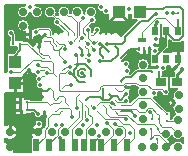
<source format=gbr>
%FSLAX35Y35*%
%MOIN*%
G04 EasyPC Gerber Version 18.0.9 Build 3640 *
%ADD91R,0.00984X0.01575*%
%ADD29R,0.01000X0.01000*%
%ADD94R,0.01969X0.03937*%
%ADD89R,0.02165X0.03150*%
%ADD93R,0.03937X0.04291*%
%ADD96C,0.00300*%
%ADD73C,0.00400*%
%ADD10C,0.00500*%
%ADD16C,0.00600*%
%ADD85C,0.00700*%
%ADD14C,0.00800*%
%ADD84C,0.01000*%
%ADD95C,0.01400*%
%ADD12C,0.02800*%
%ADD27R,0.01000X0.01000*%
%ADD92R,0.02756X0.01575*%
%ADD88R,0.03500X0.02800*%
%ADD90R,0.04291X0.03937*%
X0Y0D02*
D02*
D10*
X1250Y4290D02*
G75*
G02X4290Y1250I1500J-1540D01*
G01*
X9923*
Y6053*
X10215*
G75*
G02X11073Y10124I2035J1697*
G01*
G75*
G02X11015Y10531I1391J407*
G01*
G75*
G02X13915I1450*
G01*
G75*
G02X13777Y9916I-1450J0*
G01*
G75*
G02X14193Y9552I-1528J-2166*
G01*
X14647Y10007*
Y12524*
G75*
G02X14927Y13201I957J0*
G01*
X14991Y13264*
G75*
G02X13608Y13137I-823J1372*
G01*
G75*
G02X10820Y13695I-1338J558*
G01*
G75*
G02X10823Y13798I1448J2*
G01*
X10421Y14200*
X9888*
Y13900*
X8087*
Y13400*
X4587*
Y15900*
X4486*
Y19400*
X7986*
Y18900*
X9785*
Y18500*
X13170*
G75*
G02X13167Y18573I997J74*
G01*
G75*
G02X13991Y19557I1000*
G01*
G75*
G02Y21526I177J984*
G01*
G75*
G02X13318Y21982I177J985*
G01*
G75*
G02X11708Y24260I-481J1368*
G01*
G75*
G02X11558Y26520I829J1190*
G01*
G75*
G02X10775Y27351I578J1330*
G01*
G75*
G02X7642Y27013I-1690J973*
G01*
Y20850*
X1250*
Y9935*
G75*
G02X5400Y7750I1500J-2185*
G01*
G75*
G02X1250Y5565I-2650*
G01*
Y4290*
G36*
G75*
G02X4290Y1250I1500J-1540*
G01*
X9923*
Y6053*
X10215*
G75*
G02X11073Y10124I2035J1697*
G01*
G75*
G02X11015Y10531I1391J407*
G01*
G75*
G02X13915I1450*
G01*
G75*
G02X13777Y9916I-1450J0*
G01*
G75*
G02X14193Y9552I-1528J-2166*
G01*
X14647Y10007*
Y12524*
G75*
G02X14927Y13201I957J0*
G01*
X14991Y13264*
G75*
G02X13608Y13137I-823J1372*
G01*
G75*
G02X10820Y13695I-1338J558*
G01*
G75*
G02X10823Y13798I1448J2*
G01*
X10421Y14200*
X9888*
Y13900*
X8087*
Y13400*
X4587*
Y15900*
X4486*
Y19400*
X7986*
Y18900*
X9785*
Y18500*
X13170*
G75*
G02X13167Y18573I997J74*
G01*
G75*
G02X13991Y19557I1000*
G01*
G75*
G02Y21526I177J984*
G01*
G75*
G02X13318Y21982I177J985*
G01*
G75*
G02X11708Y24260I-481J1368*
G01*
G75*
G02X11558Y26520I829J1190*
G01*
G75*
G02X10775Y27351I578J1330*
G01*
G75*
G02X7642Y27013I-1690J973*
G01*
Y20850*
X1250*
Y9935*
G75*
G02X5400Y7750I1500J-2185*
G01*
G75*
G02X1250Y5565I-2650*
G01*
Y4290*
G37*
Y27642D02*
X1646D01*
G75*
G02X1643Y27736I1446J96*
G01*
G75*
G02X1780Y28350I1450J0*
G01*
X1705*
Y34142*
X4083*
X5275Y35333*
Y35955*
X2557*
Y38455*
X2807*
Y39294*
G75*
G02X1687Y40706I329J1412*
G01*
G75*
G02X4587I1450*
G01*
G75*
G02X4586Y40663I-1453J5*
G01*
G75*
G02X4807Y40035I-778J-628*
G01*
Y38455*
X7356*
Y38083*
X8577*
G75*
G02X9254Y37803I0J-957*
G01*
X10615Y36441*
G75*
G02X13296Y37767I1895J-459*
G01*
G75*
G02X13422Y38925I872J491*
G01*
G75*
G02X12670Y40145I745J1302*
G01*
G75*
G02X11384Y39608I-1133J905*
G01*
G75*
G02X7615Y40310I-1819J702*
G01*
G75*
G02X7818Y41176I1950*
G01*
G75*
G02X5100Y43250I-568J2074*
G01*
G75*
G02X9400I2150*
G01*
G75*
G02X9132Y42211I-2150J0*
G01*
G75*
G02X10473Y42035I432J-1902*
G01*
G75*
G02X11532Y42500I1064J-986*
G01*
X11659Y42628*
G75*
G02X12337Y42908I678J-677*
G01*
X15537*
G75*
G02X16214Y42628I0J-957*
G01*
X16813Y42028*
G75*
G02X17093Y41351I-678J-677*
G01*
Y40515*
G75*
G02X17120Y40403I-958J-289*
G01*
G75*
G02X19089I984J-177*
G01*
G75*
G02X20504Y41129I984J-177*
G01*
X18721Y42912*
G75*
G02X17494Y45357I-184J1438*
G01*
X17079Y45773*
G75*
G02X14084Y47750I-844J1977*
G01*
G75*
G02X18384I2150*
G01*
G75*
G02X18211Y46904I-2150*
G01*
X18466Y46648*
X18904*
G75*
G02X18600Y47750I1846J1102*
G01*
G75*
G02X22900I2150*
G01*
G75*
G02X22852Y47300I-2150*
G01*
X23177*
G75*
G02X23130Y47750I2102J450*
G01*
G75*
G02X27430I2150*
G01*
G75*
G02X27379Y47286I-2150J1*
G01*
G75*
G02X27663Y47236I-111J-1447*
G01*
G75*
G02X27600Y47750I2087J515*
G01*
G75*
G02X31900I2150*
G01*
G75*
G02X31173Y46138I-2150*
G01*
G75*
G02X29795Y43626I-886J-1148*
G01*
X29343Y43154*
G75*
G02X30092Y41211I-568J-1335*
G01*
G75*
G02X30185Y41189I-176J-983*
G01*
X30446Y41450*
G75*
G02X30417Y41740I1420J289*
G01*
G75*
G02X33317I1450*
G01*
G75*
G02X32799Y40630I-1450*
G01*
G75*
G02X32868Y40403I-916J-402*
G01*
G75*
G02X34837I984J-177*
G01*
G75*
G02X36805I984J-177*
G01*
G75*
G02X38456Y40972I984J-177*
G01*
G75*
G02X41056Y40978I1302J-745*
G01*
X45135Y45057*
X43118*
Y46882*
G75*
G02X42409Y46770I-653J1837*
G01*
Y44557*
X35618*
Y46676*
G75*
G02X33479Y47844I-693J1274*
G01*
G75*
G02X32172Y50203I-188J1438*
G01*
X11319*
G75*
G02X11454Y49880I-1723J-912*
G01*
G75*
G02X13900Y47750I296J-2130*
G01*
G75*
G02X9639Y47339I-2150*
G01*
G75*
G02X9363Y47353I-41J1948*
G01*
G75*
G02X5100Y47750I-2113J397*
G01*
G75*
G02X7728Y49846I2150*
G01*
G75*
G02X7873Y50203I1868J-556*
G01*
X1250*
Y27642*
G36*
X1646*
G75*
G02X1643Y27736I1446J96*
G01*
G75*
G02X1780Y28350I1450J0*
G01*
X1705*
Y34142*
X4083*
X5275Y35333*
Y35955*
X2557*
Y38455*
X2807*
Y39294*
G75*
G02X1687Y40706I329J1412*
G01*
G75*
G02X4587I1450*
G01*
G75*
G02X4586Y40663I-1453J5*
G01*
G75*
G02X4807Y40035I-778J-628*
G01*
Y38455*
X7356*
Y38083*
X8577*
G75*
G02X9254Y37803I0J-957*
G01*
X10615Y36441*
G75*
G02X13296Y37767I1895J-459*
G01*
G75*
G02X13422Y38925I872J491*
G01*
G75*
G02X12670Y40145I745J1302*
G01*
G75*
G02X11384Y39608I-1133J905*
G01*
G75*
G02X7615Y40310I-1819J702*
G01*
G75*
G02X7818Y41176I1950*
G01*
G75*
G02X5100Y43250I-568J2074*
G01*
G75*
G02X9400I2150*
G01*
G75*
G02X9132Y42211I-2150J0*
G01*
G75*
G02X10473Y42035I432J-1902*
G01*
G75*
G02X11532Y42500I1064J-986*
G01*
X11659Y42628*
G75*
G02X12337Y42908I678J-677*
G01*
X15537*
G75*
G02X16214Y42628I0J-957*
G01*
X16813Y42028*
G75*
G02X17093Y41351I-678J-677*
G01*
Y40515*
G75*
G02X17120Y40403I-958J-289*
G01*
G75*
G02X19089I984J-177*
G01*
G75*
G02X20504Y41129I984J-177*
G01*
X18721Y42912*
G75*
G02X17494Y45357I-184J1438*
G01*
X17079Y45773*
G75*
G02X14084Y47750I-844J1977*
G01*
G75*
G02X18384I2150*
G01*
G75*
G02X18211Y46904I-2150*
G01*
X18466Y46648*
X18904*
G75*
G02X18600Y47750I1846J1102*
G01*
G75*
G02X22900I2150*
G01*
G75*
G02X22852Y47300I-2150*
G01*
X23177*
G75*
G02X23130Y47750I2102J450*
G01*
G75*
G02X27430I2150*
G01*
G75*
G02X27379Y47286I-2150J1*
G01*
G75*
G02X27663Y47236I-111J-1447*
G01*
G75*
G02X27600Y47750I2087J515*
G01*
G75*
G02X31900I2150*
G01*
G75*
G02X31173Y46138I-2150*
G01*
G75*
G02X29795Y43626I-886J-1148*
G01*
X29343Y43154*
G75*
G02X30092Y41211I-568J-1335*
G01*
G75*
G02X30185Y41189I-176J-983*
G01*
X30446Y41450*
G75*
G02X30417Y41740I1420J289*
G01*
G75*
G02X33317I1450*
G01*
G75*
G02X32799Y40630I-1450*
G01*
G75*
G02X32868Y40403I-916J-402*
G01*
G75*
G02X34837I984J-177*
G01*
G75*
G02X36805I984J-177*
G01*
G75*
G02X38456Y40972I984J-177*
G01*
G75*
G02X41056Y40978I1302J-745*
G01*
X45135Y45057*
X43118*
Y46882*
G75*
G02X42409Y46770I-653J1837*
G01*
Y44557*
X35618*
Y46676*
G75*
G02X33479Y47844I-693J1274*
G01*
G75*
G02X32172Y50203I-188J1438*
G01*
X11319*
G75*
G02X11454Y49880I-1723J-912*
G01*
G75*
G02X13900Y47750I296J-2130*
G01*
G75*
G02X9639Y47339I-2150*
G01*
G75*
G02X9363Y47353I-41J1948*
G01*
G75*
G02X5100Y47750I-2113J397*
G01*
G75*
G02X7728Y49846I2150*
G01*
G75*
G02X7873Y50203I1868J-556*
G01*
X1250*
Y27642*
G37*
X4423Y33209D02*
X6175Y34961D01*
Y37137*
X5007Y24246D02*
X9085Y28324D01*
X14167Y14636D03*
Y16604D03*
Y18573D03*
Y20541D03*
Y22510D03*
Y24478D03*
Y26447D03*
Y28415D03*
Y30384D03*
Y32352D03*
Y34321D03*
Y36289D03*
Y38258D03*
Y40226D03*
X16126Y22510D02*
X15152Y21535D01*
X11972*
X10201Y23307*
Y27209*
X9085Y28324*
X16136Y14636D03*
Y16604D03*
Y18573D03*
Y20541D03*
Y22510D03*
Y24478D03*
Y26447D03*
Y28415D03*
Y30384D03*
Y32352D03*
Y34321D03*
Y36289D03*
Y38258D03*
Y40226D03*
X18104Y14636D03*
Y16604D03*
Y18573D03*
Y20541D03*
Y22510D03*
Y24478D03*
Y26447D03*
Y28415D03*
Y30384D03*
Y32352D03*
Y34321D03*
Y36289D03*
Y38258D03*
Y40226D03*
X20073Y14636D03*
Y16604D03*
Y18573D03*
Y20541D03*
Y22510D03*
Y24478D03*
Y26447D03*
Y28415D03*
Y30384D03*
Y32352D03*
Y34321D03*
Y36289D03*
Y38258D03*
Y40226D03*
X22041Y14636D03*
Y16604D03*
Y18573D03*
Y20541D03*
Y22510D03*
Y24478D03*
Y26447D03*
Y28415D03*
Y30384D03*
Y32352D03*
Y34321D03*
Y36289D03*
Y38258D03*
Y40226D03*
X23098Y27359D02*
X24010Y26447D01*
Y14636D03*
Y16604D03*
Y18573D03*
Y20541D03*
Y22510D03*
Y24478D03*
Y26447D02*
Y28415D01*
Y26447D03*
Y28415D02*
X25978Y30384D01*
X24010Y28415D03*
Y30384D03*
Y32352D03*
Y34321D03*
Y36289D03*
Y38258D03*
Y40226D03*
X25978Y14636D03*
Y16604D03*
Y18573D03*
Y20541D03*
Y22510D03*
Y24478D02*
X24010Y26447D01*
X25978Y24478D03*
Y26447D02*
X25888D01*
X25637Y26698*
Y28074*
X25978Y28415*
Y26447D03*
Y28415D03*
Y30384D02*
X27947D01*
X25978D03*
Y32352D03*
Y34321D03*
Y36108D02*
X26930Y35157D01*
Y33370*
X25978Y36289D03*
Y38258D03*
Y40226D03*
X26002Y28415D02*
X26437Y28850D01*
X27512*
X27947Y28415*
X27933Y26447D02*
X27537Y26050D01*
X26375*
X25978Y26447*
X27947Y14636D03*
Y16604D03*
Y18573D03*
Y20541D03*
Y22510D03*
Y24478D02*
X25978D01*
X27947D03*
Y26447D03*
Y26540D02*
X26937Y27550D01*
X27947Y28415D03*
Y30384D03*
Y32352D03*
Y34321D03*
Y36289D03*
Y38258D03*
Y40226D03*
X28113Y18573D02*
X29032Y19492D01*
X32933*
X33852Y18573*
X29915Y14636D03*
Y16604D03*
Y18573D03*
Y20541D03*
Y22510D03*
Y24478D03*
Y26447D02*
Y28415D01*
Y26447D03*
Y28415D02*
X27947Y30384D01*
X29915Y28415D03*
Y30384D03*
Y32352D03*
Y34321D03*
Y36289D03*
Y38258D03*
Y40226D03*
X31884Y14636D03*
Y16604D03*
Y18573D03*
Y20541D03*
Y22510D03*
Y24478D03*
Y26447D03*
Y28415D03*
Y30384D03*
Y32352D03*
Y34321D03*
Y36289D03*
Y38258D03*
Y40226D03*
X33852Y14636D03*
Y16604D03*
Y18573D02*
X35821D01*
X33852D02*
Y20541D01*
Y18573D03*
Y20541D03*
Y22510D02*
Y20541D01*
Y22510D03*
Y24478D03*
Y26447D03*
Y28415D03*
Y30384D03*
Y32352D02*
Y32813D01*
X32875Y33790*
Y35312*
X33852Y36289*
Y32352D03*
Y34321D03*
Y36289D02*
Y36357D01*
X33026Y37184*
X35821Y34321*
X33852Y36289D03*
Y38258D03*
Y40226D03*
X35821Y14636D03*
Y16604D03*
Y18573D03*
Y20541D03*
Y22510D03*
Y24478D03*
Y26447D03*
Y28415D03*
Y30384D03*
Y32352D03*
Y34321D03*
Y36289D03*
Y38258D03*
Y40226D03*
X35881Y20541D02*
X36835Y19587D01*
X35821Y18573*
X37536Y32352D02*
X36541Y31357D01*
X32936*
X37789Y14636D03*
Y16604D03*
Y16711D02*
X36962Y17538D01*
X37789Y18573D03*
Y20541D03*
Y22510D03*
Y24478D03*
Y26447D03*
Y28415D03*
Y30384D03*
Y32352D03*
Y32485D02*
X38703Y33399D01*
Y35376*
X37789Y36289*
Y34321D03*
Y36289D03*
Y38258D03*
Y40226D03*
X39532Y18573D02*
X38403Y19702D01*
X36950*
X36835Y19587*
X39758Y14636D02*
X43045D01*
X44591Y13091*
X44441*
X39758Y14636D03*
Y16604D03*
Y18573D02*
X39878D01*
Y18594*
X41226Y19942*
Y20061*
X39758Y18573D03*
Y20541D03*
Y22510D03*
Y24478D03*
Y26447D03*
Y28415D03*
Y30384D03*
Y32352D03*
Y34321D03*
Y36289D03*
Y38258D03*
Y40226D03*
X39935Y31368D02*
G75*
G02X40217Y31272I-177J-984D01*
G01*
G75*
G02X42861Y30450I1194J-822*
G01*
G75*
G02X42467Y29456I-1450*
G01*
G75*
G02X42711Y26993I-630J-1306*
G01*
X42790*
X44490Y28693*
G75*
G02X45161Y28972I672J-672*
G01*
X45519*
G75*
G02X45098Y30250I1729J1278*
G01*
G75*
G02X49398I2150*
G01*
G75*
G02X48997Y29000I-2150*
G01*
X49808*
G75*
G02X49776Y29350I1918J351*
G01*
G75*
G02X49805Y29683I1950J-1*
G01*
X49411*
Y34333*
X49623*
G75*
G02X49750Y35433I1394J396*
G01*
G75*
G02X49276Y36200I1376J1382*
G01*
Y33474*
X45791*
Y33974*
X44717*
Y34612*
X43290*
X40702Y32024*
G75*
G02X39935Y31368I-944J328*
G01*
G36*
G75*
G02X40217Y31272I-177J-984*
G01*
G75*
G02X42861Y30450I1194J-822*
G01*
G75*
G02X42467Y29456I-1450*
G01*
G75*
G02X42711Y26993I-630J-1306*
G01*
X42790*
X44490Y28693*
G75*
G02X45161Y28972I672J-672*
G01*
X45519*
G75*
G02X45098Y30250I1729J1278*
G01*
G75*
G02X49398I2150*
G01*
G75*
G02X48997Y29000I-2150*
G01*
X49808*
G75*
G02X49776Y29350I1918J351*
G01*
G75*
G02X49805Y29683I1950J-1*
G01*
X49411*
Y34333*
X49623*
G75*
G02X49750Y35433I1394J396*
G01*
G75*
G02X49276Y36200I1376J1382*
G01*
Y33474*
X45791*
Y33974*
X44717*
Y34612*
X43290*
X40702Y32024*
G75*
G02X39935Y31368I-944J328*
G01*
G37*
X42409Y19204D02*
G75*
G02X42986Y17631I-822J-1194D01*
G01*
X45071Y19717*
G75*
G02X45541Y19946I566J-565*
G01*
G75*
G02X45494Y22491I1709J1304*
G01*
G75*
G02X45026Y22748I209J934*
G01*
X44555Y23220*
X43350*
G75*
G02X42681Y21172I-1880J-519*
G01*
G75*
G02X42409Y19204I-1183J-839*
G01*
G36*
G75*
G02X42986Y17631I-822J-1194*
G01*
X45071Y19717*
G75*
G02X45541Y19946I566J-565*
G01*
G75*
G02X45494Y22491I1709J1304*
G01*
G75*
G02X45026Y22748I209J934*
G01*
X44555Y23220*
X43350*
G75*
G02X42681Y21172I-1880J-519*
G01*
G75*
G02X42409Y19204I-1183J-839*
G01*
G37*
X45959Y35512D02*
X42917D01*
X39758Y32352*
X50732Y19187D02*
X55019Y14900D01*
X56388*
Y12150*
X56651*
G75*
G02X57929Y13731I2113J-400*
G01*
G75*
G02X57100Y15427I1321J1696*
G01*
G75*
G02X57115Y15676I2150J-1*
G01*
G75*
G02X57232Y19487I468J1893*
G01*
G75*
G02X58626Y22136I2063J606*
G01*
X55911*
Y26435*
X57427*
Y27002*
G75*
G02X57604Y27616I1150*
G01*
G75*
G02X56164Y29498I510J1882*
G01*
G75*
G02X56173Y29683I1950J2*
G01*
X55130*
G75*
G02X53715Y27739I-1363J-494*
G01*
Y26500*
X53622*
Y26435*
X55809*
Y22136*
X55716*
G75*
G02X56139Y21112I-1027J-1023*
G01*
G75*
G02X53263Y20850I-1450*
G01*
X52997Y21116*
X52246*
G75*
G02X50732Y19187I-1366J-486*
G01*
G36*
X55019Y14900*
X56388*
Y12150*
X56651*
G75*
G02X57929Y13731I2113J-400*
G01*
G75*
G02X57100Y15427I1321J1696*
G01*
G75*
G02X57115Y15676I2150J-1*
G01*
G75*
G02X57232Y19487I468J1893*
G01*
G75*
G02X58626Y22136I2063J606*
G01*
X55911*
Y26435*
X57427*
Y27002*
G75*
G02X57604Y27616I1150*
G01*
G75*
G02X56164Y29498I510J1882*
G01*
G75*
G02X56173Y29683I1950J2*
G01*
X55130*
G75*
G02X53715Y27739I-1363J-494*
G01*
Y26500*
X53622*
Y26435*
X55809*
Y22136*
X55716*
G75*
G02X56139Y21112I-1027J-1023*
G01*
G75*
G02X53263Y20850I-1450*
G01*
X52997Y21116*
X52246*
G75*
G02X50732Y19187I-1366J-486*
G01*
G37*
X52351Y35298D02*
G75*
G02X52399Y35170I-1334J-568D01*
G01*
X54034Y36805*
Y39132*
X53152*
Y43628*
G75*
G02X53077Y43525I-1209J802*
G01*
Y39132*
X52939*
G75*
G02X52691Y37978I-1419J-299*
G01*
G75*
G02X52351Y35298I-1565J-1163*
G01*
G36*
G75*
G02X52399Y35170I-1334J-568*
G01*
X54034Y36805*
Y39132*
X53152*
Y43628*
G75*
G02X53077Y43525I-1209J802*
G01*
Y39132*
X52939*
G75*
G02X52691Y37978I-1419J-299*
G01*
G75*
G02X52351Y35298I-1565J-1163*
G01*
G37*
X54249Y34333D02*
X56392D01*
Y34833*
X60537*
Y38131*
X60069Y37662*
G75*
G02X59285Y37337I-783J783*
G01*
X57543*
G75*
G02X56760Y37662J1107*
G01*
X55934Y38488*
Y36411*
G75*
G02X55656Y35740I-950*
G01*
X54249Y34333*
G36*
X56392*
Y34833*
X60537*
Y38131*
X60069Y37662*
G75*
G02X59285Y37337I-783J783*
G01*
X57543*
G75*
G02X56760Y37662J1107*
G01*
X55934Y38488*
Y36411*
G75*
G02X55656Y35740I-950*
G01*
X54249Y34333*
G37*
X55539Y5250D02*
G75*
G02X57040Y4054I-789J-2530D01*
G01*
G75*
G02X60537Y3945I1710J-1304*
G01*
Y6055*
G75*
G02X56750Y6461I-1787J1195*
G01*
G75*
G02X55539Y5250I-2000J789*
G01*
G36*
G75*
G02X57040Y4054I-789J-2530*
G01*
G75*
G02X60537Y3945I1710J-1304*
G01*
Y6055*
G75*
G02X56750Y6461I-1787J1195*
G01*
G75*
G02X55539Y5250I-2000J789*
G01*
G37*
X58902Y45009D02*
Y41634D01*
D02*
D12*
X2750Y2750D03*
Y7750D03*
X7250Y43250D03*
Y47750D03*
X11750D03*
X12250Y7750D03*
X16234Y47750D03*
X16750Y7789D03*
X20750Y47750D03*
X21250Y7750D03*
X25280Y47750D03*
X25750Y7750D03*
X29750Y47750D03*
X30250Y7770D03*
X34797D03*
X39250Y7750D03*
X46750Y2750D03*
X47228Y7750D03*
X47248Y30250D03*
X47250Y16750D03*
Y21250D03*
Y25750D03*
X47258Y12250D03*
X50750Y2750D03*
X54750Y2720D03*
Y7250D03*
X58750Y2750D03*
Y7250D03*
X58764Y11750D03*
X59250Y15427D03*
X59295Y20093D03*
D02*
D14*
X41156Y38081D02*
Y39593D01*
X46337Y44774*
X48705*
X51136Y47205*
X51382*
D02*
D16*
X8637Y15150D02*
X10815D01*
X12270Y13695*
X35015Y37250D02*
X40325D01*
X39758Y24636D02*
X41165Y26043D01*
X43183*
X45161Y28022*
X49894*
X50166Y27750*
X54984Y41004D02*
X57543Y38445D01*
X59285*
X60486Y39646*
Y48533*
X59443Y49577*
X54620*
X53787Y48744*
X52665*
X52642Y48720*
X46959*
X54984Y41457D02*
Y36411D01*
X51244Y32671*
D02*
D27*
X3807Y37205D03*
X6107D03*
X6237Y17650D03*
X6337Y15150D03*
X8537Y17650D03*
X8637Y15150D03*
X49686Y5550D03*
X49737Y8850D03*
X50067Y11950D03*
X50166Y27750D03*
X51986Y5550D03*
X52037Y8850D03*
X52367Y11950D03*
X52466Y27750D03*
D02*
D29*
X55137Y11350D03*
Y13650D03*
X58902Y45009D03*
Y47309D03*
D02*
D73*
X8537Y17650D02*
X15090D01*
X16136Y16604*
X8637Y15150D02*
Y17550D01*
X14167Y38258D02*
X16136D01*
X15137Y27350D02*
X17201D01*
X18104Y26447*
X16136Y38258D02*
Y37351D01*
X17037Y36450*
Y35850*
X17637Y35250*
X19033*
X16291Y16604D02*
X17237Y17550D01*
X19050*
X20073Y18573*
X17137Y27450D02*
Y30850D01*
X16537Y31450*
X13337*
X12937Y31850*
X10447*
X6333Y27736*
X3093*
X20073Y32514D02*
X19237Y33350D01*
Y35453*
X20073Y36289*
D02*
D84*
X2750Y8650D02*
Y10650D01*
X3650Y7750D02*
X5650D01*
X4423Y22600D02*
Y20600D01*
X5892Y24246D02*
X7892D01*
X6237Y17650D02*
Y15250D01*
Y17650D02*
X4238D01*
X6237D02*
Y19652D01*
X6337Y15150D02*
Y12598D01*
X10407Y8528*
X11472*
X12250Y7750*
X6337Y15150D02*
Y13152D01*
Y15150D02*
X4337D01*
X9085Y28124D02*
Y26124D01*
X9365Y40310D02*
X7365D01*
X9565Y40110D02*
Y38110D01*
Y40510D02*
Y42510D01*
X11350Y7750D02*
X9350D01*
X12511Y36182D02*
Y38182D01*
X14167Y14886D02*
Y12786D01*
X14344Y40403D02*
X12930Y38989D01*
X37399Y46161D02*
X35545Y44307D01*
X39581Y40050D02*
X40995Y41464D01*
X39935Y40050D02*
X38520Y41464D01*
X40629Y46161D02*
X42482Y44307D01*
X41670Y22701D02*
X43670D01*
X47533Y35224D02*
Y33224D01*
X51244Y41457D02*
Y43730D01*
X51943Y44429*
X51326Y36815D02*
X53326D01*
X51526Y29350D02*
X49526D01*
X55386Y3357D02*
X56801Y4771D01*
X57441Y17428D02*
X56027Y16013D01*
X57441Y17710D02*
X56027Y19124D01*
X57973Y29357D02*
X56559Y27943D01*
X58410Y24285D02*
X58577D01*
Y27002*
X60024Y28449*
Y28740*
X58724Y33083D02*
Y35083D01*
D02*
D85*
X3807Y37205D02*
Y40035D01*
X3137Y40706*
X14167Y14636D02*
Y9667D01*
X12250Y7750*
X40325Y37250D02*
X41156Y38081D01*
X53310Y24285D02*
X53016D01*
X52465Y24837*
Y27750*
X52466*
X54984Y41457D02*
X55516D01*
Y42451*
X58724Y32008D02*
Y32362D01*
X59118*
Y30502*
X58114Y29498*
D02*
D88*
X53310Y24285D03*
X58410D03*
D02*
D89*
X51244Y32008D03*
Y41457D03*
X54984Y32008D03*
Y41457D03*
X58724Y32008D03*
Y41457D03*
D02*
D90*
X39014Y47776D03*
X46014D03*
D02*
D91*
X45959Y35512D03*
X47533D03*
D02*
D92*
X46746Y38268D03*
D02*
D93*
X4423Y24246D03*
Y31246D03*
D02*
D94*
X11659Y3335D03*
X15989D03*
X20320D03*
X24651D03*
X27604D03*
X30359D03*
X33312D03*
X37643D03*
X41974D03*
D02*
D95*
X3093Y27736D03*
X3137Y40706D03*
X9085Y28324D03*
X9565Y40310D03*
X9596Y49289D03*
X11537Y41050D03*
X12137Y27850D03*
Y30250D03*
X12270Y13695D03*
X12465Y10531D03*
X12511Y35982D03*
X12537Y25450D03*
X12837Y23350D03*
X15137Y27350D03*
X18114Y10246D03*
X18537Y44350D03*
X19502Y5679D03*
X20142Y10246D03*
X21037Y31250D03*
X21137Y35350D03*
X22937Y27359D03*
X22963Y29404D03*
X23054Y37274D03*
X23137Y23550D03*
X23637Y12750D03*
X24837Y33350D03*
X25004Y15610D03*
X26737Y39150D03*
X26930Y33370D03*
X26937Y27550D03*
X27031Y10207D03*
X27267Y45841D03*
X28587Y11772D03*
X28765Y37248D03*
X28776Y41820D03*
X29018Y33350D03*
X29037Y31350D03*
X30287Y44990D03*
X30801Y15620D03*
X30834Y37393D03*
X30937Y35250D03*
X31867Y41740D03*
X31937Y10250D03*
X32632Y6372D03*
X32934Y37185D03*
X32936Y31357D03*
X33291Y49281D03*
X34925Y47950D03*
X35015Y37250D03*
X35024Y10689D03*
X36962Y17538D03*
X37996Y10581D03*
X41411Y30450D03*
X41470Y22701D03*
X41498Y20333D03*
X41510Y11949D03*
X41587Y18010D03*
X41837Y28150D03*
X42465Y48719D03*
X42691Y7469D03*
X44441Y13091D03*
X49458Y14264D03*
X50880Y20630D03*
X51018Y34728D03*
X51126Y36815D03*
X51382Y47205D03*
X51520Y38833D03*
X51726Y29350D03*
X51943Y44429D03*
X53767Y29189D03*
X54689Y21112D03*
X55073Y47397D03*
X57150Y47283D03*
X57583Y17569D03*
X58114Y29498D03*
X60024Y28740D03*
D02*
D96*
X4423Y24246D02*
X5007D01*
X4423Y31246D02*
Y33209D01*
X6175Y37137D02*
X6107Y37205D01*
X6237Y15250D02*
X6337Y15150D01*
X8637Y17550D02*
X8537Y17650D01*
X14167Y26447D02*
X13533D01*
X12537Y25450*
X14167Y28415D02*
X12702D01*
X12137Y27850*
X14167Y32352D02*
X13350D01*
X8577Y37126*
X6186*
X6107Y37205*
X14167Y40226D02*
X13870D01*
X12211Y38567*
Y36282*
X12511Y35982*
X15989Y3335D02*
Y4050D01*
X18783Y6844*
Y8888*
X20142Y10246*
X16136Y16604D02*
X16291D01*
X16136Y22510D02*
X16126D01*
X16136Y28415D02*
Y28451D01*
X15237Y29350*
X13037*
X12137Y30250*
X16136Y32352D02*
Y32539D01*
X15395Y33280*
X13800*
X12511Y34570*
Y35982*
X16136Y40226D02*
Y41351D01*
X15537Y41950*
X12337*
X11537Y41150*
Y41050*
X18104Y14636D02*
Y14718D01*
X19137Y15750*
X22537*
X23037Y15250*
Y13350*
X23637Y12750*
X18104Y14636D02*
X17922D01*
X18104Y18573D02*
X17970D01*
X17081Y19463*
Y21565*
X16136Y22510*
X18104Y26447D02*
Y26482D01*
X17137Y27450*
X18104Y36289D02*
Y36819D01*
X17077Y37846*
Y38895*
X16595Y39377*
X15017*
X14167Y40226*
X18104Y38258D02*
X18129D01*
X19137Y37250*
X20637*
X21037Y36850*
Y35450*
X21137Y35350*
X18104Y38258D02*
X18029D01*
X19033Y35250D02*
X20073Y36289D01*
Y14636D02*
X19970D01*
X19118Y13783*
X16864*
X15604Y12524*
Y9610*
X14522Y8528*
Y6198*
X11659Y3335*
X20073Y22510D02*
X20094D01*
X21137Y23553*
X22637*
X22639Y23550*
X23137*
X20073Y28415D02*
X20293D01*
X21371Y29493*
X22873*
X22963Y29404*
X20073Y32352D02*
Y32514D01*
X21037Y31250D02*
Y31389D01*
X20073Y32352*
X21250Y7750D02*
Y8085D01*
X21254*
X25969Y12799*
Y14409*
X25978Y14419*
Y14636*
X22041Y16604D02*
Y16845D01*
X21137Y17750*
Y19050*
X20537Y19650*
X19181*
X18104Y18573*
X22041Y28415D02*
Y28362D01*
X21161Y27481*
X19659*
X19209Y27031*
Y21924*
X19689Y21444*
X32215*
X32906Y22135*
Y22616*
X33837Y23547*
X40415*
X41046Y24178*
X44951*
X45704Y23425*
X48665*
X50017Y22073*
X53393*
X54320Y21146*
X54689*
Y21112*
X22041Y28415D02*
Y28545D01*
Y38258D02*
X22070D01*
X23054Y37274*
X22041Y40226D02*
Y40945D01*
X18637Y44350*
X18537*
X22937Y27359D02*
X23098D01*
X24010Y30384D02*
X24570D01*
X25037Y30850*
Y33350*
X24837*
X24010Y38258D02*
Y38350D01*
X25037Y39377*
Y44568*
X23262Y46343*
X22157*
X20750Y47750*
X24010Y40226D02*
Y40777D01*
X18937Y45850*
X18134*
X16234Y47750*
X25978Y18573D02*
X25992D01*
X26992Y17573*
Y12248*
X23537Y8793*
Y4448*
X24651Y3335*
X25978Y20541D02*
X25791D01*
X24768Y19518*
Y15768*
X25004Y15610*
X25978Y28415D02*
X26002D01*
X25978Y36289D02*
Y36108D01*
Y38258D02*
Y38392D01*
X26737Y39150*
X25978Y38258D02*
Y38408D01*
Y40226D02*
Y44552D01*
X27267Y45841*
X27947Y16604D02*
X27951D01*
X28852Y15703*
Y13902*
X30024Y12730*
Y10850*
X28035Y8862*
Y3767*
X27604Y3335*
X27947Y18573D02*
X28113D01*
X27947Y26447D02*
X27933D01*
X27947D02*
Y26540D01*
Y28415D02*
Y28440D01*
Y32352D02*
X28034D01*
X29037Y31350*
X27947Y36289D02*
Y36240D01*
X28837Y35350*
Y33350*
X29018*
X27947Y38258D02*
Y38067D01*
X28765Y37248*
X27947Y40226D02*
X27917D01*
Y40311*
X27319Y40909*
Y42452*
X27917Y43050*
X27937*
Y43150*
X29777Y44990*
X30287*
X28587Y11772D02*
Y11998D01*
X27976Y12608*
Y14606*
X27947Y14636*
X29915Y16604D02*
Y16506D01*
X30801Y15620*
X29915Y36289D02*
Y36271D01*
X30937Y35250*
X29915Y38258D02*
X29829D01*
X28837Y39250*
Y41759*
X28776Y41820*
X29915Y40226D02*
X30353D01*
X31867Y41740*
X30359Y3335D02*
Y4100D01*
X32632Y6372*
X31884Y16604D02*
Y16634D01*
X32878Y17628*
X36872*
X36962Y17538*
X31884Y38258D02*
X31700D01*
X30834Y37393*
X32934Y37185D02*
X32957D01*
X33852Y36289*
X33312Y3335D02*
X33748D01*
X37022Y6608*
Y8691*
X35024Y10689*
X33852Y16604D02*
X34737Y15720D01*
Y14185*
X36126Y12795*
X40713*
X41510Y11949*
X35821Y20541D02*
X35881D01*
X37643Y3335D02*
X38040D01*
X41254Y6549*
Y8872*
X40270Y9856*
X38720*
X37996Y10581*
X37789Y16604D02*
Y16711D01*
Y18573D02*
Y18497D01*
X38637Y17650*
X41227*
X41587Y18010*
X37789Y22510D02*
Y22448D01*
X38703Y21534*
X40304*
X41470Y22701*
X37789Y32352D02*
X37536D01*
X37789D02*
Y32485D01*
X39758Y16604D02*
X43091D01*
X45637Y19150*
X49637*
X55137Y13650*
X39758Y18573D02*
X39532D01*
X39758Y24478D02*
Y24636D01*
X41226Y20061D02*
X41498Y20333D01*
X41974Y3335D02*
Y3391D01*
X44197Y5614*
Y8892*
X42514Y10575*
X40407*
X38852Y12130*
X34390*
X31884Y14636*
X46746Y38268D02*
Y41136D01*
X51382Y45772*
X54409*
X58724Y41457*
X46959Y48720D02*
X46014Y47776D01*
X49686Y5550D02*
X50952Y6816D01*
X52460*
Y6760*
X54748Y4472*
Y2722*
X54750Y2720*
X49686Y5550D02*
Y8800D01*
X49737Y8850*
X50067Y11950D02*
Y13656D01*
X49458Y14264*
X51244Y32008D02*
X51106D01*
X51244D02*
Y31545D01*
X50663Y30965*
X51244Y32671D02*
Y32008D01*
X51986Y5550D02*
Y3986D01*
X50750Y2750*
X52037Y8850D02*
Y8350D01*
X52837Y7550*
X54450*
X54750Y7250*
X52037Y8850D02*
Y9150D01*
X50901Y10285*
X45230*
X41930Y13585*
X38840*
X37789Y14636*
X52367Y11950D02*
Y13390D01*
X51607Y14149*
X51587*
X50119Y15618*
X48971*
X47894Y14541*
X45936*
X44925Y15551*
X41835*
X41833Y15550*
X36875*
X35821Y16604*
X52367Y11950D02*
X52337D01*
Y10750*
X53637Y9450*
X56550*
X58750Y7250*
X54984Y41457D02*
Y41004D01*
X55137Y11350D02*
X58364D01*
X58764Y11750*
X55191Y42598D02*
X54984D01*
Y41457*
X58902Y41634D02*
X58724Y41457D01*
X58902Y47309D02*
X57150D01*
Y47283*
X0Y0D02*
M02*

</source>
